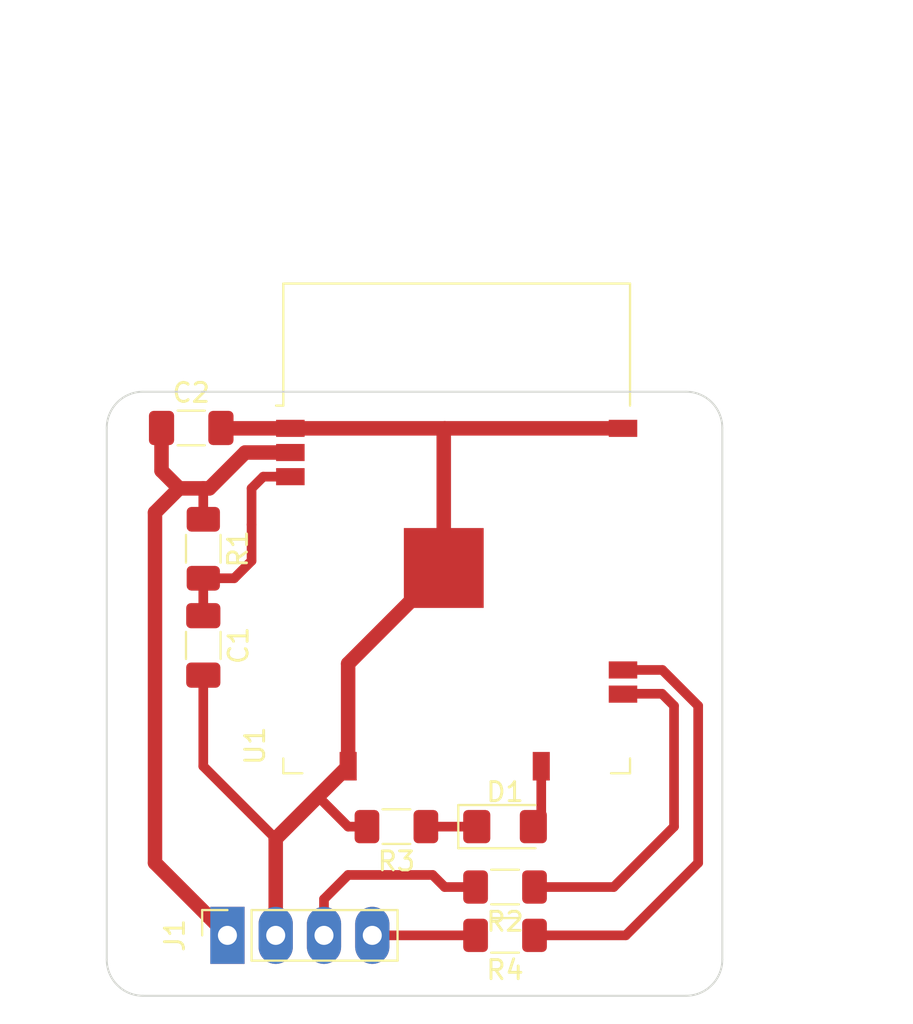
<source format=kicad_pcb>
(kicad_pcb (version 20221018) (generator pcbnew)
  (layers (0 "F.Cu" signal) (31 "B.Cu" signal) (34 "B.Paste" user) (35 "F.Paste" user) (36 "B.SilkS" user "B.Silkscreen") (37 "F.SilkS" user "F.Silkscreen") (38 "B.Mask" user) (39 "F.Mask" user) (44 "Edge.Cuts" user))
  (net 0 "")
  (net 1 "GND")
  (net 2 "Net-(U1-EN)")
  (net 3 "+3V3")
  (net 4 "Net-(J1-Pin_3)")
  (net 5 "Net-(J1-Pin_4)")
  (net 6 "Net-(U1-IO16)")
  (net 7 "Net-(U1-IO17)")
  (net 8 "Net-(D1-K)")
  (net 9 "Net-(D1-A)")
  (footprint "Resistor_SMD:R_1206_3216Metric_Pad1.30x1.75mm_HandSolder" (layer "F.Cu") (at 20.955 -5.715 180)
    (fp_text reference "R2" (at 0 -1.82) (layer "F.SilkS"))
    (fp_text value "R_Small")
    (fp_line (start -0.727064 -0.91) (end 0.727064 -0.91) (stroke (width 0.12)) (layer "F.SilkS"))
    (fp_line (start -0.727064 0.91) (end 0.727064 0.91) (stroke (width 0.12)) (layer "F.SilkS"))
    (pad "1" smd roundrect (at -1.55 0 180) (size 1.3 1.75) (layers "F.Cu" "F.Paste" "F.Mask") (roundrect_rratio 0.192308) (net 6 "Net-(U1-IO16)"))
    (pad "2" smd roundrect (at 1.55 0 180) (size 1.3 1.75) (layers "F.Cu" "F.Paste" "F.Mask") (roundrect_rratio 0.192308) (net 4 "Net-(J1-Pin_3)"))
  )
  (footprint "Connector_PinSocket_2.54mm:PinSocket_1x04_P2.54mm_Vertical" (layer "F.Cu") (at 6.35 -3.175 90)
    (fp_text reference "J1" (at 0 -2.77 90) (layer "F.SilkS"))
    (fp_text value "Conn_01x04")
    (fp_line (start -1.33 1.27) (end -1.33 8.95) (stroke (width 0.12)) (layer "F.SilkS"))
    (fp_line (start -1.33 1.27) (end 1.33 1.27) (stroke (width 0.12)) (layer "F.SilkS"))
    (fp_line (start -1.33 8.95) (end 1.33 8.95) (stroke (width 0.12)) (layer "F.SilkS"))
    (fp_line (start 0 -1.33) (end 1.33 -1.33) (stroke (width 0.12)) (layer "F.SilkS"))
    (fp_line (start 1.33 -1.33) (end 1.33 0) (stroke (width 0.12)) (layer "F.SilkS"))
    (fp_line (start 1.33 1.27) (end 1.33 8.95) (stroke (width 0.12)) (layer "F.SilkS"))
    (pad "1" thru_hole rect (at 0 0 90) (size 3 1.8) (drill 1) (layers "*.Cu" "*.Mask") (net 3 "+3V3"))
    (pad "2" thru_hole oval (at 0 2.54 90) (size 3 1.8) (drill 1) (layers "*.Cu" "*.Mask") (net 1 "GND"))
    (pad "3" thru_hole oval (at 0 5.08 90) (size 3 1.8) (drill 1) (layers "*.Cu" "*.Mask") (net 4 "Net-(J1-Pin_3)"))
    (pad "4" thru_hole oval (at 0 7.62 90) (size 3 1.8) (drill 1) (layers "*.Cu" "*.Mask") (net 5 "Net-(J1-Pin_4)"))
  )
  (footprint "Resistor_SMD:R_1206_3216Metric_Pad1.30x1.75mm_HandSolder" (layer "F.Cu") (at 20.955 -3.175 180)
    (fp_text reference "R4" (at 0 -1.82) (layer "F.SilkS"))
    (fp_text value "R_Small")
    (fp_line (start -0.727064 -0.91) (end 0.727064 -0.91) (stroke (width 0.12)) (layer "F.SilkS"))
    (fp_line (start -0.727064 0.91) (end 0.727064 0.91) (stroke (width 0.12)) (layer "F.SilkS"))
    (pad "1" smd roundrect (at -1.55 0 180) (size 1.3 1.75) (layers "F.Cu" "F.Paste" "F.Mask") (roundrect_rratio 0.192308) (net 7 "Net-(U1-IO17)"))
    (pad "2" smd roundrect (at 1.55 0 180) (size 1.3 1.75) (layers "F.Cu" "F.Paste" "F.Mask") (roundrect_rratio 0.192308) (net 5 "Net-(J1-Pin_4)"))
  )
  (footprint "Diode_SMD:D_1206_3216Metric_Pad1.42x1.75mm_HandSolder" (layer "F.Cu") (at 20.955 -8.89)
    (fp_text reference "D1" (at 0 -1.82) (layer "F.SilkS"))
    (fp_text value "LED")
    (fp_line (start -2.46 -1.135) (end -2.46 1.135) (stroke (width 0.12)) (layer "F.SilkS"))
    (fp_line (start -2.46 1.135) (end 1.6 1.135) (stroke (width 0.12)) (layer "F.SilkS"))
    (fp_line (start 1.6 -1.135) (end -2.46 -1.135) (stroke (width 0.12)) (layer "F.SilkS"))
    (pad "1" smd roundrect (at -1.4875 0) (size 1.425 1.75) (layers "F.Cu" "F.Paste" "F.Mask") (roundrect_rratio 0.175439) (net 8 "Net-(D1-K)"))
    (pad "2" smd roundrect (at 1.4875 0) (size 1.425 1.75) (layers "F.Cu" "F.Paste" "F.Mask") (roundrect_rratio 0.175439) (net 9 "Net-(D1-A)"))
  )
  (footprint "Capacitor_SMD:C_1206_3216Metric_Pad1.33x1.80mm_HandSolder" (layer "F.Cu") (at 5.08 -18.415 -90)
    (fp_text reference "C1" (at 0 -1.85 90) (layer "F.SilkS"))
    (fp_text value "C_Small")
    (fp_line (start -0.711252 -0.91) (end 0.711252 -0.91) (stroke (width 0.12)) (layer "F.SilkS"))
    (fp_line (start -0.711252 0.91) (end 0.711252 0.91) (stroke (width 0.12)) (layer "F.SilkS"))
    (pad "1" smd roundrect (at -1.5625 0 270) (size 1.325 1.8) (layers "F.Cu" "F.Paste" "F.Mask") (roundrect_rratio 0.1886792453) (net 2 "Net-(U1-EN)"))
    (pad "2" smd roundrect (at 1.5625 0 270) (size 1.325 1.8) (layers "F.Cu" "F.Paste" "F.Mask") (roundrect_rratio 0.1886792453) (net 1 "GND"))
  )
  (footprint "Resistor_SMD:R_1206_3216Metric_Pad1.30x1.75mm_HandSolder" (layer "F.Cu") (at 15.24 -8.89 180)
    (fp_text reference "R3" (at 0 -1.82) (layer "F.SilkS"))
    (fp_text value "R_Small")
    (fp_line (start -0.727064 -0.91) (end 0.727064 -0.91) (stroke (width 0.12)) (layer "F.SilkS"))
    (fp_line (start -0.727064 0.91) (end 0.727064 0.91) (stroke (width 0.12)) (layer "F.SilkS"))
    (pad "1" smd roundrect (at -1.55 0 180) (size 1.3 1.75) (layers "F.Cu" "F.Paste" "F.Mask") (roundrect_rratio 0.192308) (net 8 "Net-(D1-K)"))
    (pad "2" smd roundrect (at 1.55 0 180) (size 1.3 1.75) (layers "F.Cu" "F.Paste" "F.Mask") (roundrect_rratio 0.192308) (net 1 "GND"))
  )
  (footprint "Resistor_SMD:R_1206_3216Metric_Pad1.30x1.75mm_HandSolder" (layer "F.Cu") (at 5.08 -23.495 -90)
    (fp_text reference "R1" (at 0 -1.82 -90) (layer "F.SilkS"))
    (fp_text value "R_Small")
    (fp_line (start -0.727064 -0.91) (end 0.727064 -0.91) (stroke (width 0.12)) (layer "F.SilkS"))
    (fp_line (start -0.727064 0.91) (end 0.727064 0.91) (stroke (width 0.12)) (layer "F.SilkS"))
    (pad "1" smd roundrect (at -1.55 0 270) (size 1.3 1.75) (layers "F.Cu" "F.Paste" "F.Mask") (roundrect_rratio 0.192308) (net 3 "+3V3"))
    (pad "2" smd roundrect (at 1.55 0 270) (size 1.3 1.75) (layers "F.Cu" "F.Paste" "F.Mask") (roundrect_rratio 0.192308) (net 2 "Net-(U1-EN)"))
  )
  (footprint "RF_Module:ESP32-WROOM-32" (layer "F.Cu") (at 18.41 -21.575)
    (fp_text reference "U1" (at -10.61 8.43 90) (layer "F.SilkS"))
    (fp_text value "ESP32-WROOM-32")
    (fp_line (start -9.12 -15.86) (end -9.12 -9.445) (stroke (width 0.12)) (layer "F.SilkS"))
    (fp_line (start -9.12 -15.86) (end 9.12 -15.86) (stroke (width 0.12)) (layer "F.SilkS"))
    (fp_line (start -9.12 -9.445) (end -9.5 -9.445) (stroke (width 0.12)) (layer "F.SilkS"))
    (fp_line (start -9.12 9.1) (end -9.12 9.88) (stroke (width 0.12)) (layer "F.SilkS"))
    (fp_line (start -9.12 9.88) (end -8.12 9.88) (stroke (width 0.12)) (layer "F.SilkS"))
    (fp_line (start 9.12 -15.86) (end 9.12 -9.445) (stroke (width 0.12)) (layer "F.SilkS"))
    (fp_line (start 9.12 9.1) (end 9.12 9.88) (stroke (width 0.12)) (layer "F.SilkS"))
    (fp_line (start 9.12 9.88) (end 8.12 9.88) (stroke (width 0.12)) (layer "F.SilkS"))
    (pad "1" smd rect (at -8.75 -8.25) (size 1.5 0.9) (layers "F.Cu" "F.Paste" "F.Mask") (net 1 "GND"))
    (pad "2" smd rect (at -8.75 -6.98) (size 1.5 0.9) (layers "F.Cu" "F.Paste" "F.Mask") (net 3 "+3V3"))
    (pad "3" smd rect (at -8.75 -5.71) (size 1.5 0.9) (layers "F.Cu" "F.Paste" "F.Mask") (net 2 "Net-(U1-EN)"))
    (pad "15" smd rect (at -5.71 9.51 90) (size 1.5 0.9) (layers "F.Cu" "F.Paste" "F.Mask") (net 1 "GND"))
    (pad "23" smd rect (at 4.45 9.51 90) (size 1.5 0.9) (layers "F.Cu" "F.Paste" "F.Mask") (net 9 "Net-(D1-A)"))
    (pad "27" smd rect (at 8.75 5.72) (size 1.5 0.9) (layers "F.Cu" "F.Paste" "F.Mask") (net 6 "Net-(U1-IO16)"))
    (pad "28" smd rect (at 8.75 4.45) (size 1.5 0.9) (layers "F.Cu" "F.Paste" "F.Mask") (net 7 "Net-(U1-IO17)"))
    (pad "38" smd rect (at 8.75 -8.25) (size 1.5 0.9) (layers "F.Cu" "F.Paste" "F.Mask") (net 1 "GND"))
    (pad "39" smd rect (at -2.205 -2.435) (size 1.05 1.05) (layers "F.Cu" "F.Paste") (net 1 "GND"))
    (pad "39" smd rect (at -2.205 -0.91) (size 1.05 1.05) (layers "F.Cu" "F.Paste") (net 1 "GND"))
    (pad "39" smd rect (at -2.205 0.615) (size 1.05 1.05) (layers "F.Cu" "F.Paste") (net 1 "GND"))
    (pad "39" smd rect (at -0.68 -2.435) (size 1.05 1.05) (layers "F.Cu" "F.Paste") (net 1 "GND"))
    (pad "39" smd rect (at -0.68 -0.91) (size 1.05 1.05) (layers "F.Cu" "F.Paste") (net 1 "GND"))
    (pad "39" smd rect (at -0.68 -0.91) (size 4.2 4.2) (layers "F.Cu" "F.Mask") (net 1 "GND"))
    (pad "39" smd rect (at -0.68 0.615) (size 1.05 1.05) (layers "F.Cu" "F.Paste") (net 1 "GND"))
    (pad "39" smd rect (at 0.845 -2.435) (size 1.05 1.05) (layers "F.Cu" "F.Paste") (net 1 "GND"))
    (pad "39" smd rect (at 0.845 -0.91) (size 1.05 1.05) (layers "F.Cu" "F.Paste") (net 1 "GND"))
    (pad "39" smd rect (at 0.845 0.615) (size 1.05 1.05) (layers "F.Cu" "F.Paste") (net 1 "GND"))
  )
  (footprint "Capacitor_SMD:C_1206_3216Metric_Pad1.33x1.80mm_HandSolder" (layer "F.Cu") (at 4.445 -29.845)
    (fp_text reference "C2" (at 0 -1.85) (layer "F.SilkS"))
    (fp_text value "C_Small")
    (fp_line (start -0.711252 -0.91) (end 0.711252 -0.91) (stroke (width 0.12)) (layer "F.SilkS"))
    (fp_line (start -0.711252 0.91) (end 0.711252 0.91) (stroke (width 0.12)) (layer "F.SilkS"))
    (pad "1" smd roundrect (at -1.5625 0) (size 1.325 1.8) (layers "F.Cu" "F.Paste" "F.Mask") (roundrect_rratio 0.1886792453) (net 3 "+3V3"))
    (pad "2" smd roundrect (at 1.5625 0) (size 1.325 1.8) (layers "F.Cu" "F.Paste" "F.Mask") (roundrect_rratio 0.1886792453) (net 1 "GND"))
  )
  (gr_line (start 1.905 0) (end 30.48 0) (stroke (width 0.1)) (layer "Edge.Cuts"))
  (gr_arc (start 1.905 0) (mid 0.557962 -0.557962) (end 0 -1.905) (stroke (width 0.1)) (layer "Edge.Cuts"))
  (gr_arc (start 30.480001 -31.750001) (mid 31.827039 -31.192039) (end 32.385001 -29.845001) (stroke (width 0.1)) (layer "Edge.Cuts"))
  (gr_arc (start 0 -29.845) (mid 0.557962 -31.192038) (end 1.905 -31.75) (stroke (width 0.1)) (layer "Edge.Cuts"))
  (gr_arc (start 32.385 -1.905) (mid 31.827038 -0.557962) (end 30.48 0) (stroke (width 0.1)) (layer "Edge.Cuts"))
  (gr_line (start 30.48 -31.75) (end 1.905 -31.75) (stroke (width 0.1)) (layer "Edge.Cuts"))
  (gr_line (start 32.385001 -1.905) (end 32.385001 -29.845001) (stroke (width 0.1)) (layer "Edge.Cuts"))
  (gr_line (start 0 -29.845) (end 0 -1.905) (stroke (width 0.1)) (layer "Edge.Cuts"))
  (segment (start 8.89 -8.255) (end 11.1125 -10.4775) (width 0.762) (layer "F.Cu") (net 1))
  (segment (start 13.69 -8.89) (end 12.7 -8.89) (width 0.508) (layer "F.Cu") (net 1))
  (segment (start 11.1125 -10.4775) (end 12.7 -12.065) (width 0.762) (layer "F.Cu") (net 1))
  (segment (start 27.16 -29.825) (end 17.78 -29.825) (width 0.762) (layer "F.Cu") (net 1))
  (segment (start 9.66 -29.825) (end 6.0275 -29.825) (width 0.762) (layer "F.Cu") (net 1))
  (segment (start 5.08 -12.065) (end 8.89 -8.255) (width 0.508) (layer "F.Cu") (net 1))
  (segment (start 12.7 -12.065) (end 12.7 -17.455) (width 0.762) (layer "F.Cu") (net 1))
  (segment (start 17.73 -29.775) (end 17.78 -29.825) (width 0.762) (layer "F.Cu") (net 1))
  (segment (start 5.08 -16.8525) (end 5.08 -12.065) (width 0.508) (layer "F.Cu") (net 1))
  (segment (start 6.0275 -29.825) (end 6.0075 -29.845) (width 0.762) (layer "F.Cu") (net 1))
  (segment (start 8.89 -3.175) (end 8.89 -8.255) (width 0.762) (layer "F.Cu") (net 1))
  (segment (start 17.73 -22.485) (end 17.73 -29.775) (width 0.762) (layer "F.Cu") (net 1))
  (segment (start 12.7 -8.89) (end 11.1125 -10.4775) (width 0.508) (layer "F.Cu") (net 1))
  (segment (start 12.7 -17.455) (end 17.73 -22.485) (width 0.762) (layer "F.Cu") (net 1))
  (segment (start 17.78 -29.825) (end 9.66 -29.825) (width 0.762) (layer "F.Cu") (net 1))
  (segment (start 7.62 -26.67) (end 8.235 -27.285) (width 0.508) (layer "F.Cu") (net 2))
  (segment (start 5.08 -21.945) (end 6.705 -21.945) (width 0.508) (layer "F.Cu") (net 2))
  (segment (start 7.62 -22.86) (end 7.62 -24.765) (width 0.508) (layer "F.Cu") (net 2))
  (segment (start 8.235 -27.285) (end 9.66 -27.285) (width 0.508) (layer "F.Cu") (net 2))
  (segment (start 5.08 -21.945) (end 5.08 -19.9775) (width 0.508) (layer "F.Cu") (net 2))
  (segment (start 7.62 -24.13) (end 7.62 -24.765) (width 0.254) (layer "F.Cu") (net 2))
  (segment (start 6.705 -21.945) (end 7.62 -22.86) (width 0.508) (layer "F.Cu") (net 2))
  (segment (start 7.62 -24.765) (end 7.62 -26.67) (width 0.508) (layer "F.Cu") (net 2))
  (segment (start 7.2825 -28.555) (end 9.66 -28.555) (width 0.762) (layer "F.Cu") (net 3))
  (segment (start 6.35 -3.175) (end 2.54 -6.985) (width 0.762) (layer "F.Cu") (net 3))
  (segment (start 2.54 -6.985) (end 2.54 -25.4) (width 0.762) (layer "F.Cu") (net 3))
  (segment (start 5.08 -26.67) (end 5.3975 -26.67) (width 0.762) (layer "F.Cu") (net 3))
  (segment (start 2.8825 -29.845) (end 2.8825 -27.5975) (width 0.762) (layer "F.Cu") (net 3))
  (segment (start 2.54 -25.4) (end 3.81 -26.67) (width 0.762) (layer "F.Cu") (net 3))
  (segment (start 5.08 -25.045) (end 5.08 -26.67) (width 0.508) (layer "F.Cu") (net 3))
  (segment (start 2.8825 -27.5975) (end 3.81 -26.67) (width 0.762) (layer "F.Cu") (net 3))
  (segment (start 5.3975 -26.67) (end 7.2825 -28.555) (width 0.762) (layer "F.Cu") (net 3))
  (segment (start 3.81 -26.67) (end 5.08 -26.67) (width 0.762) (layer "F.Cu") (net 3))
  (segment (start 17.78 -5.715) (end 17.145 -6.35) (width 0.508) (layer "F.Cu") (net 4))
  (segment (start 12.7 -6.35) (end 11.43 -5.08) (width 0.508) (layer "F.Cu") (net 4))
  (segment (start 17.145 -6.35) (end 12.7 -6.35) (width 0.508) (layer "F.Cu") (net 4))
  (segment (start 19.405 -5.715) (end 17.78 -5.715) (width 0.508) (layer "F.Cu") (net 4))
  (segment (start 11.43 -5.08) (end 11.43 -3.175) (width 0.508) (layer "F.Cu") (net 4))
  (segment (start 13.97 -3.175) (end 19.405 -3.175) (width 0.508) (layer "F.Cu") (net 5))
  (segment (start 29.845 -8.89) (end 29.845 -15.24) (width 0.508) (layer "F.Cu") (net 6))
  (segment (start 29.845 -15.24) (end 29.21 -15.875) (width 0.508) (layer "F.Cu") (net 6))
  (segment (start 22.505 -5.715) (end 26.67 -5.715) (width 0.508) (layer "F.Cu") (net 6))
  (segment (start 29.21 -15.875) (end 27.18 -15.875) (width 0.508) (layer "F.Cu") (net 6))
  (segment (start 27.18 -15.875) (end 27.16 -15.855) (width 0.254) (layer "F.Cu") (net 6))
  (segment (start 26.67 -5.715) (end 29.845 -8.89) (width 0.508) (layer "F.Cu") (net 6))
  (segment (start 27.305 -3.175) (end 22.505 -3.175) (width 0.508) (layer "F.Cu") (net 7))
  (segment (start 31.115 -15.24) (end 31.115 -6.985) (width 0.508) (layer "F.Cu") (net 7))
  (segment (start 31.115 -6.985) (end 27.305 -3.175) (width 0.508) (layer "F.Cu") (net 7))
  (segment (start 29.23 -17.125) (end 31.115 -15.24) (width 0.508) (layer "F.Cu") (net 7))
  (segment (start 27.16 -17.125) (end 29.23 -17.125) (width 0.508) (layer "F.Cu") (net 7))
  (segment (start 16.79 -8.89) (end 19.4675 -8.89) (width 0.508) (layer "F.Cu") (net 8))
  (segment (start 22.86 -12.065) (end 22.86 -9.3075) (width 0.508) (layer "F.Cu") (net 9))
  (segment (start 22.86 -9.3075) (end 22.4425 -8.89) (width 0.508) (layer "F.Cu") (net 9))
)
</source>
